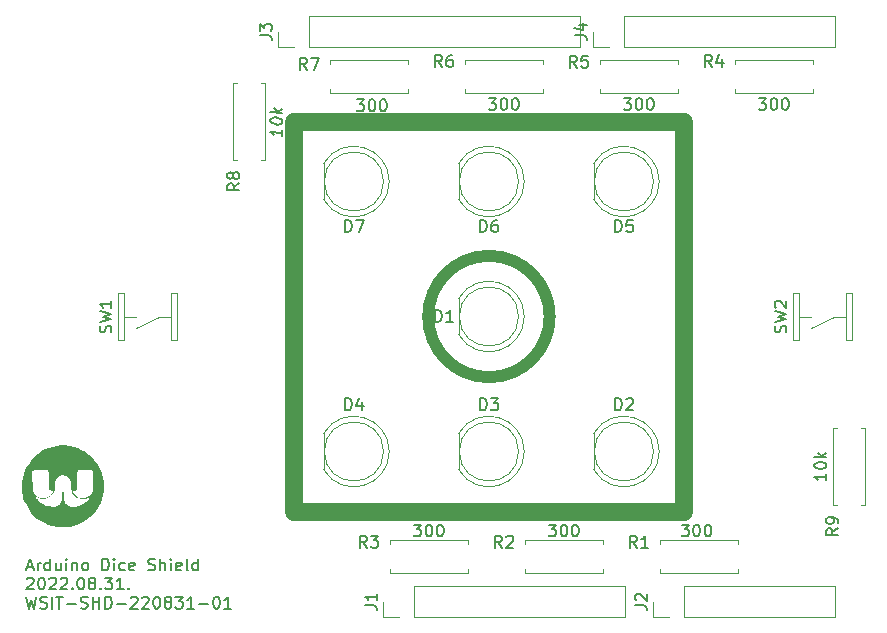
<source format=gbr>
%TF.GenerationSoftware,KiCad,Pcbnew,(6.0.7)*%
%TF.CreationDate,2022-08-31T11:28:36+09:00*%
%TF.ProjectId,LED_Dice,4c45445f-4469-4636-952e-6b696361645f,rev?*%
%TF.SameCoordinates,Original*%
%TF.FileFunction,Legend,Top*%
%TF.FilePolarity,Positive*%
%FSLAX46Y46*%
G04 Gerber Fmt 4.6, Leading zero omitted, Abs format (unit mm)*
G04 Created by KiCad (PCBNEW (6.0.7)) date 2022-08-31 11:28:36*
%MOMM*%
%LPD*%
G01*
G04 APERTURE LIST*
%ADD10C,0.150000*%
%ADD11C,1.000000*%
%ADD12C,1.500000*%
%ADD13C,0.120000*%
G04 APERTURE END LIST*
D10*
X193287976Y-74556666D02*
X193764166Y-74556666D01*
X193192738Y-74842380D02*
X193526071Y-73842380D01*
X193859404Y-74842380D01*
X194192738Y-74842380D02*
X194192738Y-74175714D01*
X194192738Y-74366190D02*
X194240357Y-74270952D01*
X194287976Y-74223333D01*
X194383214Y-74175714D01*
X194478452Y-74175714D01*
X195240357Y-74842380D02*
X195240357Y-73842380D01*
X195240357Y-74794761D02*
X195145119Y-74842380D01*
X194954642Y-74842380D01*
X194859404Y-74794761D01*
X194811785Y-74747142D01*
X194764166Y-74651904D01*
X194764166Y-74366190D01*
X194811785Y-74270952D01*
X194859404Y-74223333D01*
X194954642Y-74175714D01*
X195145119Y-74175714D01*
X195240357Y-74223333D01*
X196145119Y-74175714D02*
X196145119Y-74842380D01*
X195716547Y-74175714D02*
X195716547Y-74699523D01*
X195764166Y-74794761D01*
X195859404Y-74842380D01*
X196002261Y-74842380D01*
X196097500Y-74794761D01*
X196145119Y-74747142D01*
X196621309Y-74842380D02*
X196621309Y-74175714D01*
X196621309Y-73842380D02*
X196573690Y-73890000D01*
X196621309Y-73937619D01*
X196668928Y-73890000D01*
X196621309Y-73842380D01*
X196621309Y-73937619D01*
X197097500Y-74175714D02*
X197097500Y-74842380D01*
X197097500Y-74270952D02*
X197145119Y-74223333D01*
X197240357Y-74175714D01*
X197383214Y-74175714D01*
X197478452Y-74223333D01*
X197526071Y-74318571D01*
X197526071Y-74842380D01*
X198145119Y-74842380D02*
X198049880Y-74794761D01*
X198002261Y-74747142D01*
X197954642Y-74651904D01*
X197954642Y-74366190D01*
X198002261Y-74270952D01*
X198049880Y-74223333D01*
X198145119Y-74175714D01*
X198287976Y-74175714D01*
X198383214Y-74223333D01*
X198430833Y-74270952D01*
X198478452Y-74366190D01*
X198478452Y-74651904D01*
X198430833Y-74747142D01*
X198383214Y-74794761D01*
X198287976Y-74842380D01*
X198145119Y-74842380D01*
X199668928Y-74842380D02*
X199668928Y-73842380D01*
X199907023Y-73842380D01*
X200049880Y-73890000D01*
X200145119Y-73985238D01*
X200192738Y-74080476D01*
X200240357Y-74270952D01*
X200240357Y-74413809D01*
X200192738Y-74604285D01*
X200145119Y-74699523D01*
X200049880Y-74794761D01*
X199907023Y-74842380D01*
X199668928Y-74842380D01*
X200668928Y-74842380D02*
X200668928Y-74175714D01*
X200668928Y-73842380D02*
X200621309Y-73890000D01*
X200668928Y-73937619D01*
X200716547Y-73890000D01*
X200668928Y-73842380D01*
X200668928Y-73937619D01*
X201573690Y-74794761D02*
X201478452Y-74842380D01*
X201287976Y-74842380D01*
X201192738Y-74794761D01*
X201145119Y-74747142D01*
X201097500Y-74651904D01*
X201097500Y-74366190D01*
X201145119Y-74270952D01*
X201192738Y-74223333D01*
X201287976Y-74175714D01*
X201478452Y-74175714D01*
X201573690Y-74223333D01*
X202383214Y-74794761D02*
X202287976Y-74842380D01*
X202097500Y-74842380D01*
X202002261Y-74794761D01*
X201954642Y-74699523D01*
X201954642Y-74318571D01*
X202002261Y-74223333D01*
X202097500Y-74175714D01*
X202287976Y-74175714D01*
X202383214Y-74223333D01*
X202430833Y-74318571D01*
X202430833Y-74413809D01*
X201954642Y-74509047D01*
X203573690Y-74794761D02*
X203716547Y-74842380D01*
X203954642Y-74842380D01*
X204049880Y-74794761D01*
X204097500Y-74747142D01*
X204145119Y-74651904D01*
X204145119Y-74556666D01*
X204097500Y-74461428D01*
X204049880Y-74413809D01*
X203954642Y-74366190D01*
X203764166Y-74318571D01*
X203668928Y-74270952D01*
X203621309Y-74223333D01*
X203573690Y-74128095D01*
X203573690Y-74032857D01*
X203621309Y-73937619D01*
X203668928Y-73890000D01*
X203764166Y-73842380D01*
X204002261Y-73842380D01*
X204145119Y-73890000D01*
X204573690Y-74842380D02*
X204573690Y-73842380D01*
X205002261Y-74842380D02*
X205002261Y-74318571D01*
X204954642Y-74223333D01*
X204859404Y-74175714D01*
X204716547Y-74175714D01*
X204621309Y-74223333D01*
X204573690Y-74270952D01*
X205478452Y-74842380D02*
X205478452Y-74175714D01*
X205478452Y-73842380D02*
X205430833Y-73890000D01*
X205478452Y-73937619D01*
X205526071Y-73890000D01*
X205478452Y-73842380D01*
X205478452Y-73937619D01*
X206335595Y-74794761D02*
X206240357Y-74842380D01*
X206049880Y-74842380D01*
X205954642Y-74794761D01*
X205907023Y-74699523D01*
X205907023Y-74318571D01*
X205954642Y-74223333D01*
X206049880Y-74175714D01*
X206240357Y-74175714D01*
X206335595Y-74223333D01*
X206383214Y-74318571D01*
X206383214Y-74413809D01*
X205907023Y-74509047D01*
X206954642Y-74842380D02*
X206859404Y-74794761D01*
X206811785Y-74699523D01*
X206811785Y-73842380D01*
X207764166Y-74842380D02*
X207764166Y-73842380D01*
X207764166Y-74794761D02*
X207668928Y-74842380D01*
X207478452Y-74842380D01*
X207383214Y-74794761D01*
X207335595Y-74747142D01*
X207287976Y-74651904D01*
X207287976Y-74366190D01*
X207335595Y-74270952D01*
X207383214Y-74223333D01*
X207478452Y-74175714D01*
X207668928Y-74175714D01*
X207764166Y-74223333D01*
X193287976Y-75547619D02*
X193335595Y-75500000D01*
X193430833Y-75452380D01*
X193668928Y-75452380D01*
X193764166Y-75500000D01*
X193811785Y-75547619D01*
X193859404Y-75642857D01*
X193859404Y-75738095D01*
X193811785Y-75880952D01*
X193240357Y-76452380D01*
X193859404Y-76452380D01*
X194478452Y-75452380D02*
X194573690Y-75452380D01*
X194668928Y-75500000D01*
X194716547Y-75547619D01*
X194764166Y-75642857D01*
X194811785Y-75833333D01*
X194811785Y-76071428D01*
X194764166Y-76261904D01*
X194716547Y-76357142D01*
X194668928Y-76404761D01*
X194573690Y-76452380D01*
X194478452Y-76452380D01*
X194383214Y-76404761D01*
X194335595Y-76357142D01*
X194287976Y-76261904D01*
X194240357Y-76071428D01*
X194240357Y-75833333D01*
X194287976Y-75642857D01*
X194335595Y-75547619D01*
X194383214Y-75500000D01*
X194478452Y-75452380D01*
X195192738Y-75547619D02*
X195240357Y-75500000D01*
X195335595Y-75452380D01*
X195573690Y-75452380D01*
X195668928Y-75500000D01*
X195716547Y-75547619D01*
X195764166Y-75642857D01*
X195764166Y-75738095D01*
X195716547Y-75880952D01*
X195145119Y-76452380D01*
X195764166Y-76452380D01*
X196145119Y-75547619D02*
X196192738Y-75500000D01*
X196287976Y-75452380D01*
X196526071Y-75452380D01*
X196621309Y-75500000D01*
X196668928Y-75547619D01*
X196716547Y-75642857D01*
X196716547Y-75738095D01*
X196668928Y-75880952D01*
X196097500Y-76452380D01*
X196716547Y-76452380D01*
X197145119Y-76357142D02*
X197192738Y-76404761D01*
X197145119Y-76452380D01*
X197097500Y-76404761D01*
X197145119Y-76357142D01*
X197145119Y-76452380D01*
X197811785Y-75452380D02*
X197907023Y-75452380D01*
X198002261Y-75500000D01*
X198049880Y-75547619D01*
X198097500Y-75642857D01*
X198145119Y-75833333D01*
X198145119Y-76071428D01*
X198097500Y-76261904D01*
X198049880Y-76357142D01*
X198002261Y-76404761D01*
X197907023Y-76452380D01*
X197811785Y-76452380D01*
X197716547Y-76404761D01*
X197668928Y-76357142D01*
X197621309Y-76261904D01*
X197573690Y-76071428D01*
X197573690Y-75833333D01*
X197621309Y-75642857D01*
X197668928Y-75547619D01*
X197716547Y-75500000D01*
X197811785Y-75452380D01*
X198716547Y-75880952D02*
X198621309Y-75833333D01*
X198573690Y-75785714D01*
X198526071Y-75690476D01*
X198526071Y-75642857D01*
X198573690Y-75547619D01*
X198621309Y-75500000D01*
X198716547Y-75452380D01*
X198907023Y-75452380D01*
X199002261Y-75500000D01*
X199049880Y-75547619D01*
X199097500Y-75642857D01*
X199097500Y-75690476D01*
X199049880Y-75785714D01*
X199002261Y-75833333D01*
X198907023Y-75880952D01*
X198716547Y-75880952D01*
X198621309Y-75928571D01*
X198573690Y-75976190D01*
X198526071Y-76071428D01*
X198526071Y-76261904D01*
X198573690Y-76357142D01*
X198621309Y-76404761D01*
X198716547Y-76452380D01*
X198907023Y-76452380D01*
X199002261Y-76404761D01*
X199049880Y-76357142D01*
X199097500Y-76261904D01*
X199097500Y-76071428D01*
X199049880Y-75976190D01*
X199002261Y-75928571D01*
X198907023Y-75880952D01*
X199526071Y-76357142D02*
X199573690Y-76404761D01*
X199526071Y-76452380D01*
X199478452Y-76404761D01*
X199526071Y-76357142D01*
X199526071Y-76452380D01*
X199907023Y-75452380D02*
X200526071Y-75452380D01*
X200192738Y-75833333D01*
X200335595Y-75833333D01*
X200430833Y-75880952D01*
X200478452Y-75928571D01*
X200526071Y-76023809D01*
X200526071Y-76261904D01*
X200478452Y-76357142D01*
X200430833Y-76404761D01*
X200335595Y-76452380D01*
X200049880Y-76452380D01*
X199954642Y-76404761D01*
X199907023Y-76357142D01*
X201478452Y-76452380D02*
X200907023Y-76452380D01*
X201192738Y-76452380D02*
X201192738Y-75452380D01*
X201097500Y-75595238D01*
X201002261Y-75690476D01*
X200907023Y-75738095D01*
X201907023Y-76357142D02*
X201954642Y-76404761D01*
X201907023Y-76452380D01*
X201859404Y-76404761D01*
X201907023Y-76357142D01*
X201907023Y-76452380D01*
X193240357Y-77062380D02*
X193478452Y-78062380D01*
X193668928Y-77348095D01*
X193859404Y-78062380D01*
X194097500Y-77062380D01*
X194430833Y-78014761D02*
X194573690Y-78062380D01*
X194811785Y-78062380D01*
X194907023Y-78014761D01*
X194954642Y-77967142D01*
X195002261Y-77871904D01*
X195002261Y-77776666D01*
X194954642Y-77681428D01*
X194907023Y-77633809D01*
X194811785Y-77586190D01*
X194621309Y-77538571D01*
X194526071Y-77490952D01*
X194478452Y-77443333D01*
X194430833Y-77348095D01*
X194430833Y-77252857D01*
X194478452Y-77157619D01*
X194526071Y-77110000D01*
X194621309Y-77062380D01*
X194859404Y-77062380D01*
X195002261Y-77110000D01*
X195430833Y-78062380D02*
X195430833Y-77062380D01*
X195764166Y-77062380D02*
X196335595Y-77062380D01*
X196049880Y-78062380D02*
X196049880Y-77062380D01*
X196668928Y-77681428D02*
X197430833Y-77681428D01*
X197859404Y-78014761D02*
X198002261Y-78062380D01*
X198240357Y-78062380D01*
X198335595Y-78014761D01*
X198383214Y-77967142D01*
X198430833Y-77871904D01*
X198430833Y-77776666D01*
X198383214Y-77681428D01*
X198335595Y-77633809D01*
X198240357Y-77586190D01*
X198049880Y-77538571D01*
X197954642Y-77490952D01*
X197907023Y-77443333D01*
X197859404Y-77348095D01*
X197859404Y-77252857D01*
X197907023Y-77157619D01*
X197954642Y-77110000D01*
X198049880Y-77062380D01*
X198287976Y-77062380D01*
X198430833Y-77110000D01*
X198859404Y-78062380D02*
X198859404Y-77062380D01*
X198859404Y-77538571D02*
X199430833Y-77538571D01*
X199430833Y-78062380D02*
X199430833Y-77062380D01*
X199907023Y-78062380D02*
X199907023Y-77062380D01*
X200145119Y-77062380D01*
X200287976Y-77110000D01*
X200383214Y-77205238D01*
X200430833Y-77300476D01*
X200478452Y-77490952D01*
X200478452Y-77633809D01*
X200430833Y-77824285D01*
X200383214Y-77919523D01*
X200287976Y-78014761D01*
X200145119Y-78062380D01*
X199907023Y-78062380D01*
X200907023Y-77681428D02*
X201668928Y-77681428D01*
X202097500Y-77157619D02*
X202145119Y-77110000D01*
X202240357Y-77062380D01*
X202478452Y-77062380D01*
X202573690Y-77110000D01*
X202621309Y-77157619D01*
X202668928Y-77252857D01*
X202668928Y-77348095D01*
X202621309Y-77490952D01*
X202049880Y-78062380D01*
X202668928Y-78062380D01*
X203049880Y-77157619D02*
X203097500Y-77110000D01*
X203192738Y-77062380D01*
X203430833Y-77062380D01*
X203526071Y-77110000D01*
X203573690Y-77157619D01*
X203621309Y-77252857D01*
X203621309Y-77348095D01*
X203573690Y-77490952D01*
X203002261Y-78062380D01*
X203621309Y-78062380D01*
X204240357Y-77062380D02*
X204335595Y-77062380D01*
X204430833Y-77110000D01*
X204478452Y-77157619D01*
X204526071Y-77252857D01*
X204573690Y-77443333D01*
X204573690Y-77681428D01*
X204526071Y-77871904D01*
X204478452Y-77967142D01*
X204430833Y-78014761D01*
X204335595Y-78062380D01*
X204240357Y-78062380D01*
X204145119Y-78014761D01*
X204097500Y-77967142D01*
X204049880Y-77871904D01*
X204002261Y-77681428D01*
X204002261Y-77443333D01*
X204049880Y-77252857D01*
X204097500Y-77157619D01*
X204145119Y-77110000D01*
X204240357Y-77062380D01*
X205145119Y-77490952D02*
X205049880Y-77443333D01*
X205002261Y-77395714D01*
X204954642Y-77300476D01*
X204954642Y-77252857D01*
X205002261Y-77157619D01*
X205049880Y-77110000D01*
X205145119Y-77062380D01*
X205335595Y-77062380D01*
X205430833Y-77110000D01*
X205478452Y-77157619D01*
X205526071Y-77252857D01*
X205526071Y-77300476D01*
X205478452Y-77395714D01*
X205430833Y-77443333D01*
X205335595Y-77490952D01*
X205145119Y-77490952D01*
X205049880Y-77538571D01*
X205002261Y-77586190D01*
X204954642Y-77681428D01*
X204954642Y-77871904D01*
X205002261Y-77967142D01*
X205049880Y-78014761D01*
X205145119Y-78062380D01*
X205335595Y-78062380D01*
X205430833Y-78014761D01*
X205478452Y-77967142D01*
X205526071Y-77871904D01*
X205526071Y-77681428D01*
X205478452Y-77586190D01*
X205430833Y-77538571D01*
X205335595Y-77490952D01*
X205859404Y-77062380D02*
X206478452Y-77062380D01*
X206145119Y-77443333D01*
X206287976Y-77443333D01*
X206383214Y-77490952D01*
X206430833Y-77538571D01*
X206478452Y-77633809D01*
X206478452Y-77871904D01*
X206430833Y-77967142D01*
X206383214Y-78014761D01*
X206287976Y-78062380D01*
X206002261Y-78062380D01*
X205907023Y-78014761D01*
X205859404Y-77967142D01*
X207430833Y-78062380D02*
X206859404Y-78062380D01*
X207145119Y-78062380D02*
X207145119Y-77062380D01*
X207049880Y-77205238D01*
X206954642Y-77300476D01*
X206859404Y-77348095D01*
X207859404Y-77681428D02*
X208621309Y-77681428D01*
X209287976Y-77062380D02*
X209383214Y-77062380D01*
X209478452Y-77110000D01*
X209526071Y-77157619D01*
X209573690Y-77252857D01*
X209621309Y-77443333D01*
X209621309Y-77681428D01*
X209573690Y-77871904D01*
X209526071Y-77967142D01*
X209478452Y-78014761D01*
X209383214Y-78062380D01*
X209287976Y-78062380D01*
X209192738Y-78014761D01*
X209145119Y-77967142D01*
X209097500Y-77871904D01*
X209049880Y-77681428D01*
X209049880Y-77443333D01*
X209097500Y-77252857D01*
X209145119Y-77157619D01*
X209192738Y-77110000D01*
X209287976Y-77062380D01*
X210573690Y-78062380D02*
X210002261Y-78062380D01*
X210287976Y-78062380D02*
X210287976Y-77062380D01*
X210192738Y-77205238D01*
X210097500Y-77300476D01*
X210002261Y-77348095D01*
D11*
X237552918Y-53340000D02*
G75*
G03*
X237552918Y-53340000I-5142918J0D01*
G01*
D12*
X215900000Y-36830000D02*
X248920000Y-36830000D01*
X248920000Y-36830000D02*
X248920000Y-69850000D01*
X248920000Y-69850000D02*
X215900000Y-69850000D01*
X215900000Y-69850000D02*
X215900000Y-36830000D01*
D10*
%TO.C,J4*%
X239692380Y-29543333D02*
X240406666Y-29543333D01*
X240549523Y-29590952D01*
X240644761Y-29686190D01*
X240692380Y-29829047D01*
X240692380Y-29924285D01*
X240025714Y-28638571D02*
X240692380Y-28638571D01*
X239644761Y-28876666D02*
X240359047Y-29114761D01*
X240359047Y-28495714D01*
%TO.C,J3*%
X213022380Y-29543333D02*
X213736666Y-29543333D01*
X213879523Y-29590952D01*
X213974761Y-29686190D01*
X214022380Y-29829047D01*
X214022380Y-29924285D01*
X213022380Y-29162380D02*
X213022380Y-28543333D01*
X213403333Y-28876666D01*
X213403333Y-28733809D01*
X213450952Y-28638571D01*
X213498571Y-28590952D01*
X213593809Y-28543333D01*
X213831904Y-28543333D01*
X213927142Y-28590952D01*
X213974761Y-28638571D01*
X214022380Y-28733809D01*
X214022380Y-29019523D01*
X213974761Y-29114761D01*
X213927142Y-29162380D01*
%TO.C,J2*%
X244772380Y-77803333D02*
X245486666Y-77803333D01*
X245629523Y-77850952D01*
X245724761Y-77946190D01*
X245772380Y-78089047D01*
X245772380Y-78184285D01*
X244867619Y-77374761D02*
X244820000Y-77327142D01*
X244772380Y-77231904D01*
X244772380Y-76993809D01*
X244820000Y-76898571D01*
X244867619Y-76850952D01*
X244962857Y-76803333D01*
X245058095Y-76803333D01*
X245200952Y-76850952D01*
X245772380Y-77422380D01*
X245772380Y-76803333D01*
%TO.C,J1*%
X221912380Y-77803333D02*
X222626666Y-77803333D01*
X222769523Y-77850952D01*
X222864761Y-77946190D01*
X222912380Y-78089047D01*
X222912380Y-78184285D01*
X222912380Y-76803333D02*
X222912380Y-77374761D01*
X222912380Y-77089047D02*
X221912380Y-77089047D01*
X222055238Y-77184285D01*
X222150476Y-77279523D01*
X222198095Y-77374761D01*
%TO.C,SW2*%
X257544761Y-54673333D02*
X257592380Y-54530476D01*
X257592380Y-54292380D01*
X257544761Y-54197142D01*
X257497142Y-54149523D01*
X257401904Y-54101904D01*
X257306666Y-54101904D01*
X257211428Y-54149523D01*
X257163809Y-54197142D01*
X257116190Y-54292380D01*
X257068571Y-54482857D01*
X257020952Y-54578095D01*
X256973333Y-54625714D01*
X256878095Y-54673333D01*
X256782857Y-54673333D01*
X256687619Y-54625714D01*
X256640000Y-54578095D01*
X256592380Y-54482857D01*
X256592380Y-54244761D01*
X256640000Y-54101904D01*
X256592380Y-53768571D02*
X257592380Y-53530476D01*
X256878095Y-53340000D01*
X257592380Y-53149523D01*
X256592380Y-52911428D01*
X256687619Y-52578095D02*
X256640000Y-52530476D01*
X256592380Y-52435238D01*
X256592380Y-52197142D01*
X256640000Y-52101904D01*
X256687619Y-52054285D01*
X256782857Y-52006666D01*
X256878095Y-52006666D01*
X257020952Y-52054285D01*
X257592380Y-52625714D01*
X257592380Y-52006666D01*
%TO.C,SW1*%
X200394761Y-54673333D02*
X200442380Y-54530476D01*
X200442380Y-54292380D01*
X200394761Y-54197142D01*
X200347142Y-54149523D01*
X200251904Y-54101904D01*
X200156666Y-54101904D01*
X200061428Y-54149523D01*
X200013809Y-54197142D01*
X199966190Y-54292380D01*
X199918571Y-54482857D01*
X199870952Y-54578095D01*
X199823333Y-54625714D01*
X199728095Y-54673333D01*
X199632857Y-54673333D01*
X199537619Y-54625714D01*
X199490000Y-54578095D01*
X199442380Y-54482857D01*
X199442380Y-54244761D01*
X199490000Y-54101904D01*
X199442380Y-53768571D02*
X200442380Y-53530476D01*
X199728095Y-53340000D01*
X200442380Y-53149523D01*
X199442380Y-52911428D01*
X200442380Y-52006666D02*
X200442380Y-52578095D01*
X200442380Y-52292380D02*
X199442380Y-52292380D01*
X199585238Y-52387619D01*
X199680476Y-52482857D01*
X199728095Y-52578095D01*
%TO.C,R9*%
X261972380Y-71286666D02*
X261496190Y-71620000D01*
X261972380Y-71858095D02*
X260972380Y-71858095D01*
X260972380Y-71477142D01*
X261020000Y-71381904D01*
X261067619Y-71334285D01*
X261162857Y-71286666D01*
X261305714Y-71286666D01*
X261400952Y-71334285D01*
X261448571Y-71381904D01*
X261496190Y-71477142D01*
X261496190Y-71858095D01*
X261972380Y-70810476D02*
X261972380Y-70620000D01*
X261924761Y-70524761D01*
X261877142Y-70477142D01*
X261734285Y-70381904D01*
X261543809Y-70334285D01*
X261162857Y-70334285D01*
X261067619Y-70381904D01*
X261020000Y-70429523D01*
X260972380Y-70524761D01*
X260972380Y-70715238D01*
X261020000Y-70810476D01*
X261067619Y-70858095D01*
X261162857Y-70905714D01*
X261400952Y-70905714D01*
X261496190Y-70858095D01*
X261543809Y-70810476D01*
X261591428Y-70715238D01*
X261591428Y-70524761D01*
X261543809Y-70429523D01*
X261496190Y-70381904D01*
X261400952Y-70334285D01*
X260972380Y-66635238D02*
X260972380Y-67206666D01*
X260972380Y-66920952D02*
X259972380Y-66920952D01*
X260115238Y-67016190D01*
X260210476Y-67111428D01*
X260258095Y-67206666D01*
X259972380Y-66016190D02*
X259972380Y-65920952D01*
X260020000Y-65825714D01*
X260067619Y-65778095D01*
X260162857Y-65730476D01*
X260353333Y-65682857D01*
X260591428Y-65682857D01*
X260781904Y-65730476D01*
X260877142Y-65778095D01*
X260924761Y-65825714D01*
X260972380Y-65920952D01*
X260972380Y-66016190D01*
X260924761Y-66111428D01*
X260877142Y-66159047D01*
X260781904Y-66206666D01*
X260591428Y-66254285D01*
X260353333Y-66254285D01*
X260162857Y-66206666D01*
X260067619Y-66159047D01*
X260020000Y-66111428D01*
X259972380Y-66016190D01*
X260972380Y-65254285D02*
X259972380Y-65254285D01*
X260591428Y-65159047D02*
X260972380Y-64873333D01*
X260305714Y-64873333D02*
X260686666Y-65254285D01*
%TO.C,R8*%
X211272380Y-42076666D02*
X210796190Y-42410000D01*
X211272380Y-42648095D02*
X210272380Y-42648095D01*
X210272380Y-42267142D01*
X210320000Y-42171904D01*
X210367619Y-42124285D01*
X210462857Y-42076666D01*
X210605714Y-42076666D01*
X210700952Y-42124285D01*
X210748571Y-42171904D01*
X210796190Y-42267142D01*
X210796190Y-42648095D01*
X210700952Y-41505238D02*
X210653333Y-41600476D01*
X210605714Y-41648095D01*
X210510476Y-41695714D01*
X210462857Y-41695714D01*
X210367619Y-41648095D01*
X210320000Y-41600476D01*
X210272380Y-41505238D01*
X210272380Y-41314761D01*
X210320000Y-41219523D01*
X210367619Y-41171904D01*
X210462857Y-41124285D01*
X210510476Y-41124285D01*
X210605714Y-41171904D01*
X210653333Y-41219523D01*
X210700952Y-41314761D01*
X210700952Y-41505238D01*
X210748571Y-41600476D01*
X210796190Y-41648095D01*
X210891428Y-41695714D01*
X211081904Y-41695714D01*
X211177142Y-41648095D01*
X211224761Y-41600476D01*
X211272380Y-41505238D01*
X211272380Y-41314761D01*
X211224761Y-41219523D01*
X211177142Y-41171904D01*
X211081904Y-41124285D01*
X210891428Y-41124285D01*
X210796190Y-41171904D01*
X210748571Y-41219523D01*
X210700952Y-41314761D01*
X214912380Y-37519910D02*
X214912380Y-38091339D01*
X214912380Y-37805625D02*
X213912380Y-37680625D01*
X214055238Y-37793720D01*
X214150476Y-37900863D01*
X214198095Y-38002053D01*
X213912380Y-36775863D02*
X213912380Y-36680625D01*
X213960000Y-36591339D01*
X214007619Y-36549672D01*
X214102857Y-36513958D01*
X214293333Y-36490148D01*
X214531428Y-36519910D01*
X214721904Y-36591339D01*
X214817142Y-36650863D01*
X214864761Y-36704434D01*
X214912380Y-36805625D01*
X214912380Y-36900863D01*
X214864761Y-36990148D01*
X214817142Y-37031815D01*
X214721904Y-37067529D01*
X214531428Y-37091339D01*
X214293333Y-37061577D01*
X214102857Y-36990148D01*
X214007619Y-36930625D01*
X213960000Y-36877053D01*
X213912380Y-36775863D01*
X214912380Y-36138958D02*
X213912380Y-36013958D01*
X214531428Y-35996101D02*
X214912380Y-35758005D01*
X214245714Y-35674672D02*
X214626666Y-36103244D01*
%TO.C,R7*%
X217003333Y-32432380D02*
X216670000Y-31956190D01*
X216431904Y-32432380D02*
X216431904Y-31432380D01*
X216812857Y-31432380D01*
X216908095Y-31480000D01*
X216955714Y-31527619D01*
X217003333Y-31622857D01*
X217003333Y-31765714D01*
X216955714Y-31860952D01*
X216908095Y-31908571D01*
X216812857Y-31956190D01*
X216431904Y-31956190D01*
X217336666Y-31432380D02*
X218003333Y-31432380D01*
X217574761Y-32432380D01*
X221214285Y-34952380D02*
X221833333Y-34952380D01*
X221500000Y-35333333D01*
X221642857Y-35333333D01*
X221738095Y-35380952D01*
X221785714Y-35428571D01*
X221833333Y-35523809D01*
X221833333Y-35761904D01*
X221785714Y-35857142D01*
X221738095Y-35904761D01*
X221642857Y-35952380D01*
X221357142Y-35952380D01*
X221261904Y-35904761D01*
X221214285Y-35857142D01*
X222452380Y-34952380D02*
X222547619Y-34952380D01*
X222642857Y-35000000D01*
X222690476Y-35047619D01*
X222738095Y-35142857D01*
X222785714Y-35333333D01*
X222785714Y-35571428D01*
X222738095Y-35761904D01*
X222690476Y-35857142D01*
X222642857Y-35904761D01*
X222547619Y-35952380D01*
X222452380Y-35952380D01*
X222357142Y-35904761D01*
X222309523Y-35857142D01*
X222261904Y-35761904D01*
X222214285Y-35571428D01*
X222214285Y-35333333D01*
X222261904Y-35142857D01*
X222309523Y-35047619D01*
X222357142Y-35000000D01*
X222452380Y-34952380D01*
X223404761Y-34952380D02*
X223500000Y-34952380D01*
X223595238Y-35000000D01*
X223642857Y-35047619D01*
X223690476Y-35142857D01*
X223738095Y-35333333D01*
X223738095Y-35571428D01*
X223690476Y-35761904D01*
X223642857Y-35857142D01*
X223595238Y-35904761D01*
X223500000Y-35952380D01*
X223404761Y-35952380D01*
X223309523Y-35904761D01*
X223261904Y-35857142D01*
X223214285Y-35761904D01*
X223166666Y-35571428D01*
X223166666Y-35333333D01*
X223214285Y-35142857D01*
X223261904Y-35047619D01*
X223309523Y-35000000D01*
X223404761Y-34952380D01*
%TO.C,R6*%
X228433333Y-32202380D02*
X228100000Y-31726190D01*
X227861904Y-32202380D02*
X227861904Y-31202380D01*
X228242857Y-31202380D01*
X228338095Y-31250000D01*
X228385714Y-31297619D01*
X228433333Y-31392857D01*
X228433333Y-31535714D01*
X228385714Y-31630952D01*
X228338095Y-31678571D01*
X228242857Y-31726190D01*
X227861904Y-31726190D01*
X229290476Y-31202380D02*
X229100000Y-31202380D01*
X229004761Y-31250000D01*
X228957142Y-31297619D01*
X228861904Y-31440476D01*
X228814285Y-31630952D01*
X228814285Y-32011904D01*
X228861904Y-32107142D01*
X228909523Y-32154761D01*
X229004761Y-32202380D01*
X229195238Y-32202380D01*
X229290476Y-32154761D01*
X229338095Y-32107142D01*
X229385714Y-32011904D01*
X229385714Y-31773809D01*
X229338095Y-31678571D01*
X229290476Y-31630952D01*
X229195238Y-31583333D01*
X229004761Y-31583333D01*
X228909523Y-31630952D01*
X228861904Y-31678571D01*
X228814285Y-31773809D01*
X232394285Y-34842380D02*
X233013333Y-34842380D01*
X232680000Y-35223333D01*
X232822857Y-35223333D01*
X232918095Y-35270952D01*
X232965714Y-35318571D01*
X233013333Y-35413809D01*
X233013333Y-35651904D01*
X232965714Y-35747142D01*
X232918095Y-35794761D01*
X232822857Y-35842380D01*
X232537142Y-35842380D01*
X232441904Y-35794761D01*
X232394285Y-35747142D01*
X233632380Y-34842380D02*
X233727619Y-34842380D01*
X233822857Y-34890000D01*
X233870476Y-34937619D01*
X233918095Y-35032857D01*
X233965714Y-35223333D01*
X233965714Y-35461428D01*
X233918095Y-35651904D01*
X233870476Y-35747142D01*
X233822857Y-35794761D01*
X233727619Y-35842380D01*
X233632380Y-35842380D01*
X233537142Y-35794761D01*
X233489523Y-35747142D01*
X233441904Y-35651904D01*
X233394285Y-35461428D01*
X233394285Y-35223333D01*
X233441904Y-35032857D01*
X233489523Y-34937619D01*
X233537142Y-34890000D01*
X233632380Y-34842380D01*
X234584761Y-34842380D02*
X234680000Y-34842380D01*
X234775238Y-34890000D01*
X234822857Y-34937619D01*
X234870476Y-35032857D01*
X234918095Y-35223333D01*
X234918095Y-35461428D01*
X234870476Y-35651904D01*
X234822857Y-35747142D01*
X234775238Y-35794761D01*
X234680000Y-35842380D01*
X234584761Y-35842380D01*
X234489523Y-35794761D01*
X234441904Y-35747142D01*
X234394285Y-35651904D01*
X234346666Y-35461428D01*
X234346666Y-35223333D01*
X234394285Y-35032857D01*
X234441904Y-34937619D01*
X234489523Y-34890000D01*
X234584761Y-34842380D01*
%TO.C,R5*%
X239863333Y-32267380D02*
X239530000Y-31791190D01*
X239291904Y-32267380D02*
X239291904Y-31267380D01*
X239672857Y-31267380D01*
X239768095Y-31315000D01*
X239815714Y-31362619D01*
X239863333Y-31457857D01*
X239863333Y-31600714D01*
X239815714Y-31695952D01*
X239768095Y-31743571D01*
X239672857Y-31791190D01*
X239291904Y-31791190D01*
X240768095Y-31267380D02*
X240291904Y-31267380D01*
X240244285Y-31743571D01*
X240291904Y-31695952D01*
X240387142Y-31648333D01*
X240625238Y-31648333D01*
X240720476Y-31695952D01*
X240768095Y-31743571D01*
X240815714Y-31838809D01*
X240815714Y-32076904D01*
X240768095Y-32172142D01*
X240720476Y-32219761D01*
X240625238Y-32267380D01*
X240387142Y-32267380D01*
X240291904Y-32219761D01*
X240244285Y-32172142D01*
X243824285Y-34842380D02*
X244443333Y-34842380D01*
X244110000Y-35223333D01*
X244252857Y-35223333D01*
X244348095Y-35270952D01*
X244395714Y-35318571D01*
X244443333Y-35413809D01*
X244443333Y-35651904D01*
X244395714Y-35747142D01*
X244348095Y-35794761D01*
X244252857Y-35842380D01*
X243967142Y-35842380D01*
X243871904Y-35794761D01*
X243824285Y-35747142D01*
X245062380Y-34842380D02*
X245157619Y-34842380D01*
X245252857Y-34890000D01*
X245300476Y-34937619D01*
X245348095Y-35032857D01*
X245395714Y-35223333D01*
X245395714Y-35461428D01*
X245348095Y-35651904D01*
X245300476Y-35747142D01*
X245252857Y-35794761D01*
X245157619Y-35842380D01*
X245062380Y-35842380D01*
X244967142Y-35794761D01*
X244919523Y-35747142D01*
X244871904Y-35651904D01*
X244824285Y-35461428D01*
X244824285Y-35223333D01*
X244871904Y-35032857D01*
X244919523Y-34937619D01*
X244967142Y-34890000D01*
X245062380Y-34842380D01*
X246014761Y-34842380D02*
X246110000Y-34842380D01*
X246205238Y-34890000D01*
X246252857Y-34937619D01*
X246300476Y-35032857D01*
X246348095Y-35223333D01*
X246348095Y-35461428D01*
X246300476Y-35651904D01*
X246252857Y-35747142D01*
X246205238Y-35794761D01*
X246110000Y-35842380D01*
X246014761Y-35842380D01*
X245919523Y-35794761D01*
X245871904Y-35747142D01*
X245824285Y-35651904D01*
X245776666Y-35461428D01*
X245776666Y-35223333D01*
X245824285Y-35032857D01*
X245871904Y-34937619D01*
X245919523Y-34890000D01*
X246014761Y-34842380D01*
%TO.C,R4*%
X251293333Y-32202380D02*
X250960000Y-31726190D01*
X250721904Y-32202380D02*
X250721904Y-31202380D01*
X251102857Y-31202380D01*
X251198095Y-31250000D01*
X251245714Y-31297619D01*
X251293333Y-31392857D01*
X251293333Y-31535714D01*
X251245714Y-31630952D01*
X251198095Y-31678571D01*
X251102857Y-31726190D01*
X250721904Y-31726190D01*
X252150476Y-31535714D02*
X252150476Y-32202380D01*
X251912380Y-31154761D02*
X251674285Y-31869047D01*
X252293333Y-31869047D01*
X255254285Y-34842380D02*
X255873333Y-34842380D01*
X255540000Y-35223333D01*
X255682857Y-35223333D01*
X255778095Y-35270952D01*
X255825714Y-35318571D01*
X255873333Y-35413809D01*
X255873333Y-35651904D01*
X255825714Y-35747142D01*
X255778095Y-35794761D01*
X255682857Y-35842380D01*
X255397142Y-35842380D01*
X255301904Y-35794761D01*
X255254285Y-35747142D01*
X256492380Y-34842380D02*
X256587619Y-34842380D01*
X256682857Y-34890000D01*
X256730476Y-34937619D01*
X256778095Y-35032857D01*
X256825714Y-35223333D01*
X256825714Y-35461428D01*
X256778095Y-35651904D01*
X256730476Y-35747142D01*
X256682857Y-35794761D01*
X256587619Y-35842380D01*
X256492380Y-35842380D01*
X256397142Y-35794761D01*
X256349523Y-35747142D01*
X256301904Y-35651904D01*
X256254285Y-35461428D01*
X256254285Y-35223333D01*
X256301904Y-35032857D01*
X256349523Y-34937619D01*
X256397142Y-34890000D01*
X256492380Y-34842380D01*
X257444761Y-34842380D02*
X257540000Y-34842380D01*
X257635238Y-34890000D01*
X257682857Y-34937619D01*
X257730476Y-35032857D01*
X257778095Y-35223333D01*
X257778095Y-35461428D01*
X257730476Y-35651904D01*
X257682857Y-35747142D01*
X257635238Y-35794761D01*
X257540000Y-35842380D01*
X257444761Y-35842380D01*
X257349523Y-35794761D01*
X257301904Y-35747142D01*
X257254285Y-35651904D01*
X257206666Y-35461428D01*
X257206666Y-35223333D01*
X257254285Y-35032857D01*
X257301904Y-34937619D01*
X257349523Y-34890000D01*
X257444761Y-34842380D01*
%TO.C,R3*%
X222083333Y-72907380D02*
X221750000Y-72431190D01*
X221511904Y-72907380D02*
X221511904Y-71907380D01*
X221892857Y-71907380D01*
X221988095Y-71955000D01*
X222035714Y-72002619D01*
X222083333Y-72097857D01*
X222083333Y-72240714D01*
X222035714Y-72335952D01*
X221988095Y-72383571D01*
X221892857Y-72431190D01*
X221511904Y-72431190D01*
X222416666Y-71907380D02*
X223035714Y-71907380D01*
X222702380Y-72288333D01*
X222845238Y-72288333D01*
X222940476Y-72335952D01*
X222988095Y-72383571D01*
X223035714Y-72478809D01*
X223035714Y-72716904D01*
X222988095Y-72812142D01*
X222940476Y-72859761D01*
X222845238Y-72907380D01*
X222559523Y-72907380D01*
X222464285Y-72859761D01*
X222416666Y-72812142D01*
X226044285Y-70952380D02*
X226663333Y-70952380D01*
X226330000Y-71333333D01*
X226472857Y-71333333D01*
X226568095Y-71380952D01*
X226615714Y-71428571D01*
X226663333Y-71523809D01*
X226663333Y-71761904D01*
X226615714Y-71857142D01*
X226568095Y-71904761D01*
X226472857Y-71952380D01*
X226187142Y-71952380D01*
X226091904Y-71904761D01*
X226044285Y-71857142D01*
X227282380Y-70952380D02*
X227377619Y-70952380D01*
X227472857Y-71000000D01*
X227520476Y-71047619D01*
X227568095Y-71142857D01*
X227615714Y-71333333D01*
X227615714Y-71571428D01*
X227568095Y-71761904D01*
X227520476Y-71857142D01*
X227472857Y-71904761D01*
X227377619Y-71952380D01*
X227282380Y-71952380D01*
X227187142Y-71904761D01*
X227139523Y-71857142D01*
X227091904Y-71761904D01*
X227044285Y-71571428D01*
X227044285Y-71333333D01*
X227091904Y-71142857D01*
X227139523Y-71047619D01*
X227187142Y-71000000D01*
X227282380Y-70952380D01*
X228234761Y-70952380D02*
X228330000Y-70952380D01*
X228425238Y-71000000D01*
X228472857Y-71047619D01*
X228520476Y-71142857D01*
X228568095Y-71333333D01*
X228568095Y-71571428D01*
X228520476Y-71761904D01*
X228472857Y-71857142D01*
X228425238Y-71904761D01*
X228330000Y-71952380D01*
X228234761Y-71952380D01*
X228139523Y-71904761D01*
X228091904Y-71857142D01*
X228044285Y-71761904D01*
X227996666Y-71571428D01*
X227996666Y-71333333D01*
X228044285Y-71142857D01*
X228091904Y-71047619D01*
X228139523Y-71000000D01*
X228234761Y-70952380D01*
%TO.C,R2*%
X233513333Y-72907380D02*
X233180000Y-72431190D01*
X232941904Y-72907380D02*
X232941904Y-71907380D01*
X233322857Y-71907380D01*
X233418095Y-71955000D01*
X233465714Y-72002619D01*
X233513333Y-72097857D01*
X233513333Y-72240714D01*
X233465714Y-72335952D01*
X233418095Y-72383571D01*
X233322857Y-72431190D01*
X232941904Y-72431190D01*
X233894285Y-72002619D02*
X233941904Y-71955000D01*
X234037142Y-71907380D01*
X234275238Y-71907380D01*
X234370476Y-71955000D01*
X234418095Y-72002619D01*
X234465714Y-72097857D01*
X234465714Y-72193095D01*
X234418095Y-72335952D01*
X233846666Y-72907380D01*
X234465714Y-72907380D01*
X237474285Y-70952380D02*
X238093333Y-70952380D01*
X237760000Y-71333333D01*
X237902857Y-71333333D01*
X237998095Y-71380952D01*
X238045714Y-71428571D01*
X238093333Y-71523809D01*
X238093333Y-71761904D01*
X238045714Y-71857142D01*
X237998095Y-71904761D01*
X237902857Y-71952380D01*
X237617142Y-71952380D01*
X237521904Y-71904761D01*
X237474285Y-71857142D01*
X238712380Y-70952380D02*
X238807619Y-70952380D01*
X238902857Y-71000000D01*
X238950476Y-71047619D01*
X238998095Y-71142857D01*
X239045714Y-71333333D01*
X239045714Y-71571428D01*
X238998095Y-71761904D01*
X238950476Y-71857142D01*
X238902857Y-71904761D01*
X238807619Y-71952380D01*
X238712380Y-71952380D01*
X238617142Y-71904761D01*
X238569523Y-71857142D01*
X238521904Y-71761904D01*
X238474285Y-71571428D01*
X238474285Y-71333333D01*
X238521904Y-71142857D01*
X238569523Y-71047619D01*
X238617142Y-71000000D01*
X238712380Y-70952380D01*
X239664761Y-70952380D02*
X239760000Y-70952380D01*
X239855238Y-71000000D01*
X239902857Y-71047619D01*
X239950476Y-71142857D01*
X239998095Y-71333333D01*
X239998095Y-71571428D01*
X239950476Y-71761904D01*
X239902857Y-71857142D01*
X239855238Y-71904761D01*
X239760000Y-71952380D01*
X239664761Y-71952380D01*
X239569523Y-71904761D01*
X239521904Y-71857142D01*
X239474285Y-71761904D01*
X239426666Y-71571428D01*
X239426666Y-71333333D01*
X239474285Y-71142857D01*
X239521904Y-71047619D01*
X239569523Y-71000000D01*
X239664761Y-70952380D01*
%TO.C,R1*%
X244943333Y-72907380D02*
X244610000Y-72431190D01*
X244371904Y-72907380D02*
X244371904Y-71907380D01*
X244752857Y-71907380D01*
X244848095Y-71955000D01*
X244895714Y-72002619D01*
X244943333Y-72097857D01*
X244943333Y-72240714D01*
X244895714Y-72335952D01*
X244848095Y-72383571D01*
X244752857Y-72431190D01*
X244371904Y-72431190D01*
X245895714Y-72907380D02*
X245324285Y-72907380D01*
X245610000Y-72907380D02*
X245610000Y-71907380D01*
X245514761Y-72050238D01*
X245419523Y-72145476D01*
X245324285Y-72193095D01*
X248714285Y-70952380D02*
X249333333Y-70952380D01*
X249000000Y-71333333D01*
X249142857Y-71333333D01*
X249238095Y-71380952D01*
X249285714Y-71428571D01*
X249333333Y-71523809D01*
X249333333Y-71761904D01*
X249285714Y-71857142D01*
X249238095Y-71904761D01*
X249142857Y-71952380D01*
X248857142Y-71952380D01*
X248761904Y-71904761D01*
X248714285Y-71857142D01*
X249952380Y-70952380D02*
X250047619Y-70952380D01*
X250142857Y-71000000D01*
X250190476Y-71047619D01*
X250238095Y-71142857D01*
X250285714Y-71333333D01*
X250285714Y-71571428D01*
X250238095Y-71761904D01*
X250190476Y-71857142D01*
X250142857Y-71904761D01*
X250047619Y-71952380D01*
X249952380Y-71952380D01*
X249857142Y-71904761D01*
X249809523Y-71857142D01*
X249761904Y-71761904D01*
X249714285Y-71571428D01*
X249714285Y-71333333D01*
X249761904Y-71142857D01*
X249809523Y-71047619D01*
X249857142Y-71000000D01*
X249952380Y-70952380D01*
X250904761Y-70952380D02*
X251000000Y-70952380D01*
X251095238Y-71000000D01*
X251142857Y-71047619D01*
X251190476Y-71142857D01*
X251238095Y-71333333D01*
X251238095Y-71571428D01*
X251190476Y-71761904D01*
X251142857Y-71857142D01*
X251095238Y-71904761D01*
X251000000Y-71952380D01*
X250904761Y-71952380D01*
X250809523Y-71904761D01*
X250761904Y-71857142D01*
X250714285Y-71761904D01*
X250666666Y-71571428D01*
X250666666Y-71333333D01*
X250714285Y-71142857D01*
X250761904Y-71047619D01*
X250809523Y-71000000D01*
X250904761Y-70952380D01*
%TO.C,D7*%
X220241904Y-46172380D02*
X220241904Y-45172380D01*
X220480000Y-45172380D01*
X220622857Y-45220000D01*
X220718095Y-45315238D01*
X220765714Y-45410476D01*
X220813333Y-45600952D01*
X220813333Y-45743809D01*
X220765714Y-45934285D01*
X220718095Y-46029523D01*
X220622857Y-46124761D01*
X220480000Y-46172380D01*
X220241904Y-46172380D01*
X221146666Y-45172380D02*
X221813333Y-45172380D01*
X221384761Y-46172380D01*
%TO.C,D6*%
X231671904Y-46172380D02*
X231671904Y-45172380D01*
X231910000Y-45172380D01*
X232052857Y-45220000D01*
X232148095Y-45315238D01*
X232195714Y-45410476D01*
X232243333Y-45600952D01*
X232243333Y-45743809D01*
X232195714Y-45934285D01*
X232148095Y-46029523D01*
X232052857Y-46124761D01*
X231910000Y-46172380D01*
X231671904Y-46172380D01*
X233100476Y-45172380D02*
X232910000Y-45172380D01*
X232814761Y-45220000D01*
X232767142Y-45267619D01*
X232671904Y-45410476D01*
X232624285Y-45600952D01*
X232624285Y-45981904D01*
X232671904Y-46077142D01*
X232719523Y-46124761D01*
X232814761Y-46172380D01*
X233005238Y-46172380D01*
X233100476Y-46124761D01*
X233148095Y-46077142D01*
X233195714Y-45981904D01*
X233195714Y-45743809D01*
X233148095Y-45648571D01*
X233100476Y-45600952D01*
X233005238Y-45553333D01*
X232814761Y-45553333D01*
X232719523Y-45600952D01*
X232671904Y-45648571D01*
X232624285Y-45743809D01*
%TO.C,D5*%
X243101904Y-46172380D02*
X243101904Y-45172380D01*
X243340000Y-45172380D01*
X243482857Y-45220000D01*
X243578095Y-45315238D01*
X243625714Y-45410476D01*
X243673333Y-45600952D01*
X243673333Y-45743809D01*
X243625714Y-45934285D01*
X243578095Y-46029523D01*
X243482857Y-46124761D01*
X243340000Y-46172380D01*
X243101904Y-46172380D01*
X244578095Y-45172380D02*
X244101904Y-45172380D01*
X244054285Y-45648571D01*
X244101904Y-45600952D01*
X244197142Y-45553333D01*
X244435238Y-45553333D01*
X244530476Y-45600952D01*
X244578095Y-45648571D01*
X244625714Y-45743809D01*
X244625714Y-45981904D01*
X244578095Y-46077142D01*
X244530476Y-46124761D01*
X244435238Y-46172380D01*
X244197142Y-46172380D01*
X244101904Y-46124761D01*
X244054285Y-46077142D01*
%TO.C,D4*%
X220241904Y-61262380D02*
X220241904Y-60262380D01*
X220480000Y-60262380D01*
X220622857Y-60310000D01*
X220718095Y-60405238D01*
X220765714Y-60500476D01*
X220813333Y-60690952D01*
X220813333Y-60833809D01*
X220765714Y-61024285D01*
X220718095Y-61119523D01*
X220622857Y-61214761D01*
X220480000Y-61262380D01*
X220241904Y-61262380D01*
X221670476Y-60595714D02*
X221670476Y-61262380D01*
X221432380Y-60214761D02*
X221194285Y-60929047D01*
X221813333Y-60929047D01*
%TO.C,D3*%
X231671904Y-61262380D02*
X231671904Y-60262380D01*
X231910000Y-60262380D01*
X232052857Y-60310000D01*
X232148095Y-60405238D01*
X232195714Y-60500476D01*
X232243333Y-60690952D01*
X232243333Y-60833809D01*
X232195714Y-61024285D01*
X232148095Y-61119523D01*
X232052857Y-61214761D01*
X231910000Y-61262380D01*
X231671904Y-61262380D01*
X232576666Y-60262380D02*
X233195714Y-60262380D01*
X232862380Y-60643333D01*
X233005238Y-60643333D01*
X233100476Y-60690952D01*
X233148095Y-60738571D01*
X233195714Y-60833809D01*
X233195714Y-61071904D01*
X233148095Y-61167142D01*
X233100476Y-61214761D01*
X233005238Y-61262380D01*
X232719523Y-61262380D01*
X232624285Y-61214761D01*
X232576666Y-61167142D01*
%TO.C,D2*%
X243101904Y-61262380D02*
X243101904Y-60262380D01*
X243340000Y-60262380D01*
X243482857Y-60310000D01*
X243578095Y-60405238D01*
X243625714Y-60500476D01*
X243673333Y-60690952D01*
X243673333Y-60833809D01*
X243625714Y-61024285D01*
X243578095Y-61119523D01*
X243482857Y-61214761D01*
X243340000Y-61262380D01*
X243101904Y-61262380D01*
X244054285Y-60357619D02*
X244101904Y-60310000D01*
X244197142Y-60262380D01*
X244435238Y-60262380D01*
X244530476Y-60310000D01*
X244578095Y-60357619D01*
X244625714Y-60452857D01*
X244625714Y-60548095D01*
X244578095Y-60690952D01*
X244006666Y-61262380D01*
X244625714Y-61262380D01*
%TO.C,D1*%
X227861904Y-53792380D02*
X227861904Y-52792380D01*
X228100000Y-52792380D01*
X228242857Y-52840000D01*
X228338095Y-52935238D01*
X228385714Y-53030476D01*
X228433333Y-53220952D01*
X228433333Y-53363809D01*
X228385714Y-53554285D01*
X228338095Y-53649523D01*
X228242857Y-53744761D01*
X228100000Y-53792380D01*
X227861904Y-53792380D01*
X229385714Y-53792380D02*
X228814285Y-53792380D01*
X229100000Y-53792380D02*
X229100000Y-52792380D01*
X229004761Y-52935238D01*
X228909523Y-53030476D01*
X228814285Y-53078095D01*
%TO.C,G\u002A\u002A\u002A*%
G36*
X192896281Y-68172617D02*
G01*
X192877379Y-67906380D01*
X192877360Y-67615446D01*
X192877616Y-67606832D01*
X192886958Y-67403229D01*
X192902878Y-67226452D01*
X192927405Y-67064148D01*
X192962564Y-66903967D01*
X193010384Y-66733556D01*
X193032540Y-66662787D01*
X193121418Y-66428068D01*
X193755669Y-66428068D01*
X193764555Y-67190004D01*
X193767258Y-67401096D01*
X193770326Y-67577051D01*
X193774252Y-67722173D01*
X193779530Y-67840764D01*
X193786649Y-67937130D01*
X193796104Y-68015573D01*
X193808387Y-68080398D01*
X193823989Y-68135908D01*
X193843404Y-68186406D01*
X193867123Y-68236197D01*
X193888940Y-68277334D01*
X193954761Y-68372657D01*
X194045466Y-68469733D01*
X194148822Y-68556977D01*
X194252595Y-68622802D01*
X194254902Y-68623977D01*
X194430509Y-68694064D01*
X194606331Y-68725412D01*
X194786480Y-68718530D01*
X194878367Y-68701169D01*
X195057546Y-68640107D01*
X195216046Y-68547594D01*
X195350239Y-68426452D01*
X195456495Y-68279500D01*
X195481589Y-68232411D01*
X195523552Y-68144234D01*
X195546502Y-68086726D01*
X195551180Y-68056417D01*
X195538326Y-68049839D01*
X195518906Y-68057702D01*
X195452686Y-68077460D01*
X195360358Y-68082980D01*
X195341132Y-68082307D01*
X195300850Y-68068119D01*
X195248984Y-68034541D01*
X195222809Y-68012645D01*
X195149146Y-67945166D01*
X195139286Y-67182774D01*
X195136698Y-66989011D01*
X195134284Y-66830895D01*
X195131814Y-66704635D01*
X195129057Y-66606438D01*
X195125782Y-66532511D01*
X195121757Y-66479064D01*
X195116753Y-66442304D01*
X195110537Y-66418440D01*
X195102880Y-66403679D01*
X195093550Y-66394229D01*
X195091146Y-66392411D01*
X195073239Y-66384222D01*
X195041752Y-66377723D01*
X194992699Y-66372742D01*
X194922099Y-66369103D01*
X194825966Y-66366635D01*
X194700318Y-66365162D01*
X194541169Y-66364512D01*
X194449687Y-66364441D01*
X194276216Y-66364667D01*
X194137863Y-66365486D01*
X194030310Y-66367111D01*
X193949238Y-66369753D01*
X193890326Y-66373624D01*
X193849254Y-66378935D01*
X193821704Y-66385900D01*
X193803354Y-66394729D01*
X193801089Y-66396254D01*
X193755669Y-66428068D01*
X193121418Y-66428068D01*
X193161922Y-66321100D01*
X193323172Y-66000423D01*
X193513952Y-65702122D01*
X193731929Y-65427565D01*
X193974765Y-65178119D01*
X194240127Y-64955151D01*
X194525678Y-64760028D01*
X194829084Y-64594118D01*
X195148008Y-64458788D01*
X195480115Y-64355404D01*
X195823071Y-64285335D01*
X196174539Y-64249947D01*
X196532185Y-64250607D01*
X196893672Y-64288682D01*
X197042314Y-64315399D01*
X197321137Y-64386017D01*
X197605950Y-64484830D01*
X197885284Y-64606896D01*
X198147673Y-64747272D01*
X198353161Y-64880388D01*
X198563739Y-65045956D01*
X198774100Y-65240006D01*
X198974931Y-65452653D01*
X199156917Y-65674013D01*
X199310743Y-65894204D01*
X199315027Y-65901009D01*
X199371657Y-65999400D01*
X199435576Y-66123578D01*
X199501448Y-66261964D01*
X199563935Y-66402979D01*
X199617700Y-66535045D01*
X199654416Y-66637287D01*
X199749805Y-66992916D01*
X199806857Y-67354058D01*
X199825760Y-67717770D01*
X199806705Y-68081111D01*
X199749877Y-68441140D01*
X199655466Y-68794916D01*
X199523660Y-69139496D01*
X199489533Y-69214053D01*
X199317073Y-69533979D01*
X199112693Y-69832425D01*
X198878888Y-70107180D01*
X198618151Y-70356034D01*
X198332975Y-70576779D01*
X198025854Y-70767205D01*
X197699282Y-70925101D01*
X197455175Y-71016849D01*
X197286424Y-71070664D01*
X197138086Y-71111772D01*
X196999431Y-71141940D01*
X196859732Y-71162937D01*
X196708259Y-71176529D01*
X196534284Y-71184483D01*
X196421118Y-71187168D01*
X196237396Y-71188945D01*
X196087019Y-71186778D01*
X195964073Y-71180455D01*
X195862638Y-71169763D01*
X195839364Y-71166290D01*
X195471214Y-71088617D01*
X195119253Y-70976093D01*
X194785362Y-70830243D01*
X194471420Y-70652595D01*
X194179309Y-70444674D01*
X193910909Y-70208008D01*
X193668101Y-69944124D01*
X193452764Y-69654548D01*
X193266780Y-69340807D01*
X193112028Y-69004428D01*
X193082573Y-68928106D01*
X192997250Y-68672984D01*
X192968388Y-68556548D01*
X194005512Y-68556548D01*
X194009225Y-68578823D01*
X194034885Y-68623608D01*
X194077635Y-68684477D01*
X194132621Y-68755003D01*
X194194988Y-68828761D01*
X194259880Y-68899325D01*
X194279878Y-68919675D01*
X194484114Y-69096959D01*
X194706880Y-69239498D01*
X194947516Y-69347005D01*
X195205361Y-69419194D01*
X195479756Y-69455777D01*
X195517935Y-69457967D01*
X195568162Y-69455346D01*
X195636848Y-69445779D01*
X195675699Y-69438366D01*
X195836601Y-69387752D01*
X195970394Y-69309089D01*
X196079481Y-69200491D01*
X196166270Y-69060069D01*
X196171309Y-69049557D01*
X196192723Y-69003252D01*
X196208643Y-68963423D01*
X196220017Y-68923070D01*
X196227794Y-68875191D01*
X196232921Y-68812788D01*
X196236349Y-68728859D01*
X196239024Y-68616404D01*
X196240543Y-68538626D01*
X196247817Y-68159006D01*
X196440839Y-68159006D01*
X196440988Y-68440023D01*
X196444266Y-68628037D01*
X196454807Y-68782814D01*
X196473996Y-68910117D01*
X196503220Y-69015711D01*
X196543867Y-69105358D01*
X196597323Y-69184823D01*
X196629242Y-69222488D01*
X196736084Y-69318861D01*
X196861625Y-69388912D01*
X196992810Y-69432475D01*
X197058736Y-69447348D01*
X197118343Y-69454604D01*
X197184629Y-69454624D01*
X197270590Y-69447791D01*
X197322894Y-69442161D01*
X197590067Y-69393605D01*
X197838896Y-69310140D01*
X198069327Y-69191793D01*
X198281307Y-69038590D01*
X198440077Y-68888299D01*
X198508622Y-68812092D01*
X198571377Y-68735903D01*
X198623855Y-68665940D01*
X198661571Y-68608412D01*
X198680039Y-68569528D01*
X198679429Y-68557017D01*
X198659766Y-68562047D01*
X198621460Y-68585592D01*
X198605700Y-68597122D01*
X198448408Y-68692838D01*
X198274695Y-68755901D01*
X198091020Y-68785784D01*
X197903843Y-68781962D01*
X197719620Y-68743907D01*
X197565426Y-68681862D01*
X197462608Y-68616812D01*
X197356515Y-68527809D01*
X197260126Y-68426838D01*
X197195157Y-68339988D01*
X197146599Y-68259123D01*
X197109516Y-68183018D01*
X197082088Y-68103930D01*
X197073971Y-68066721D01*
X197150471Y-68066721D01*
X197159359Y-68110256D01*
X197180878Y-68170870D01*
X197197342Y-68208307D01*
X197288528Y-68359184D01*
X197407472Y-68488064D01*
X197548414Y-68592198D01*
X197705591Y-68668838D01*
X197873240Y-68715236D01*
X198045599Y-68728641D01*
X198216906Y-68706307D01*
X198232812Y-68702254D01*
X198399451Y-68640704D01*
X198552252Y-68550832D01*
X198683867Y-68438181D01*
X198786948Y-68308293D01*
X198811951Y-68265413D01*
X198839349Y-68210645D01*
X198862022Y-68155317D01*
X198880407Y-68095165D01*
X198894938Y-68025926D01*
X198906052Y-67943336D01*
X198914184Y-67843131D01*
X198919771Y-67721047D01*
X198923248Y-67572821D01*
X198925051Y-67394190D01*
X198925616Y-67180888D01*
X198925621Y-67153380D01*
X198925451Y-66962088D01*
X198924837Y-66806438D01*
X198923624Y-66682632D01*
X198921657Y-66586874D01*
X198918780Y-66515365D01*
X198914838Y-66464309D01*
X198909676Y-66429907D01*
X198903138Y-66408362D01*
X198895070Y-66395877D01*
X198894632Y-66395430D01*
X198881523Y-66386616D01*
X198859001Y-66379613D01*
X198822912Y-66374222D01*
X198769102Y-66370243D01*
X198693417Y-66367476D01*
X198591703Y-66365722D01*
X198459807Y-66364780D01*
X198293575Y-66364451D01*
X198250339Y-66364441D01*
X198076408Y-66364634D01*
X197937670Y-66365355D01*
X197829877Y-66366818D01*
X197748780Y-66369237D01*
X197690133Y-66372824D01*
X197649687Y-66377794D01*
X197623196Y-66384359D01*
X197606411Y-66392733D01*
X197600971Y-66397078D01*
X197591376Y-66407954D01*
X197583639Y-66424085D01*
X197577559Y-66449483D01*
X197572932Y-66488161D01*
X197569558Y-66544129D01*
X197567233Y-66621400D01*
X197565755Y-66723985D01*
X197564922Y-66855897D01*
X197564532Y-67021148D01*
X197564437Y-67121806D01*
X197563817Y-67286801D01*
X197562271Y-67442257D01*
X197559921Y-67583013D01*
X197556892Y-67703912D01*
X197553309Y-67799792D01*
X197549295Y-67865496D01*
X197545877Y-67892780D01*
X197507578Y-67981176D01*
X197441505Y-68043212D01*
X197351711Y-68075817D01*
X197298439Y-68080124D01*
X197235922Y-68075721D01*
X197188484Y-68064502D01*
X197174441Y-68056460D01*
X197155177Y-68046658D01*
X197150471Y-68066721D01*
X197073971Y-68066721D01*
X197062497Y-68014119D01*
X197048923Y-67905843D01*
X197039547Y-67771362D01*
X197034457Y-67656134D01*
X197029149Y-67526535D01*
X197023756Y-67429119D01*
X197017281Y-67356639D01*
X197008730Y-67301847D01*
X196997107Y-67257497D01*
X196981417Y-67216340D01*
X196970814Y-67192702D01*
X196887132Y-67054782D01*
X196779926Y-66944564D01*
X196654575Y-66863077D01*
X196516458Y-66811348D01*
X196370952Y-66790406D01*
X196223436Y-66801277D01*
X196079290Y-66844991D01*
X195943892Y-66922574D01*
X195872247Y-66982769D01*
X195811257Y-67045528D01*
X195763550Y-67107343D01*
X195727209Y-67174488D01*
X195700316Y-67253238D01*
X195680954Y-67349867D01*
X195667203Y-67470650D01*
X195657148Y-67621862D01*
X195653444Y-67698652D01*
X195637470Y-68056699D01*
X195557093Y-68222758D01*
X195453696Y-68394134D01*
X195324506Y-68537559D01*
X195172927Y-68650868D01*
X195002360Y-68731898D01*
X194816209Y-68778483D01*
X194665994Y-68789520D01*
X194502671Y-68775573D01*
X194344639Y-68731792D01*
X194184054Y-68655560D01*
X194089210Y-68597141D01*
X194042910Y-68569429D01*
X194011676Y-68556173D01*
X194005512Y-68556548D01*
X192968388Y-68556548D01*
X192935695Y-68424653D01*
X192896281Y-68172617D01*
G37*
D13*
%TO.C,J4*%
X243840000Y-30540000D02*
X243840000Y-27880000D01*
X261680000Y-30540000D02*
X261680000Y-27880000D01*
X243840000Y-30540000D02*
X261680000Y-30540000D01*
X242570000Y-30540000D02*
X241240000Y-30540000D01*
X243840000Y-27880000D02*
X261680000Y-27880000D01*
X241240000Y-30540000D02*
X241240000Y-29210000D01*
%TO.C,J3*%
X240090000Y-30540000D02*
X240090000Y-27880000D01*
X217170000Y-30540000D02*
X217170000Y-27880000D01*
X214570000Y-30540000D02*
X214570000Y-29210000D01*
X217170000Y-30540000D02*
X240090000Y-30540000D01*
X217170000Y-27880000D02*
X240090000Y-27880000D01*
X215900000Y-30540000D02*
X214570000Y-30540000D01*
%TO.C,J2*%
X248920000Y-78800000D02*
X261680000Y-78800000D01*
X247650000Y-78800000D02*
X246320000Y-78800000D01*
X246320000Y-78800000D02*
X246320000Y-77470000D01*
X248920000Y-78800000D02*
X248920000Y-76140000D01*
X261680000Y-78800000D02*
X261680000Y-76140000D01*
X248920000Y-76140000D02*
X261680000Y-76140000D01*
%TO.C,J1*%
X226060000Y-78800000D02*
X226060000Y-76140000D01*
X243900000Y-78800000D02*
X243900000Y-76140000D01*
X226060000Y-78800000D02*
X243900000Y-78800000D01*
X224790000Y-78800000D02*
X223460000Y-78800000D01*
X226060000Y-76140000D02*
X243900000Y-76140000D01*
X223460000Y-78800000D02*
X223460000Y-77470000D01*
%TO.C,SW2*%
X262640000Y-53340000D02*
X261640000Y-53340000D01*
X258640000Y-53340000D02*
X259640000Y-53340000D01*
X261640000Y-53340000D02*
X259640000Y-54340000D01*
X263140000Y-55340000D02*
X262640000Y-55340000D01*
X262640000Y-55340000D02*
X262640000Y-51340000D01*
X262640000Y-51340000D02*
X263140000Y-51340000D01*
X263140000Y-51340000D02*
X263140000Y-55340000D01*
X258140000Y-55340000D02*
X258640000Y-55340000D01*
X258640000Y-55340000D02*
X258640000Y-51340000D01*
X258640000Y-51340000D02*
X258140000Y-51340000D01*
X258140000Y-51340000D02*
X258140000Y-55340000D01*
%TO.C,SW1*%
X205490000Y-53340000D02*
X204490000Y-53340000D01*
X201490000Y-53340000D02*
X202490000Y-53340000D01*
X204490000Y-53340000D02*
X202490000Y-54340000D01*
X205990000Y-55340000D02*
X205490000Y-55340000D01*
X205490000Y-55340000D02*
X205490000Y-51340000D01*
X205490000Y-51340000D02*
X205990000Y-51340000D01*
X205990000Y-51340000D02*
X205990000Y-55340000D01*
X200990000Y-55340000D02*
X201490000Y-55340000D01*
X201490000Y-55340000D02*
X201490000Y-51340000D01*
X201490000Y-51340000D02*
X200990000Y-51340000D01*
X200990000Y-51340000D02*
X200990000Y-55340000D01*
%TO.C,R9*%
X261520000Y-69310000D02*
X261850000Y-69310000D01*
X264260000Y-62770000D02*
X264260000Y-69310000D01*
X261520000Y-62770000D02*
X261520000Y-69310000D01*
X261850000Y-62770000D02*
X261520000Y-62770000D01*
X263930000Y-62770000D02*
X264260000Y-62770000D01*
X264260000Y-69310000D02*
X263930000Y-69310000D01*
%TO.C,R8*%
X213460000Y-33560000D02*
X213130000Y-33560000D01*
X210720000Y-40100000D02*
X210720000Y-33560000D01*
X213460000Y-40100000D02*
X213460000Y-33560000D01*
X213130000Y-40100000D02*
X213460000Y-40100000D01*
X211050000Y-40100000D02*
X210720000Y-40100000D01*
X210720000Y-33560000D02*
X211050000Y-33560000D01*
%TO.C,R7*%
X225520000Y-34390000D02*
X225520000Y-34060000D01*
X218980000Y-31650000D02*
X225520000Y-31650000D01*
X218980000Y-34390000D02*
X225520000Y-34390000D01*
X218980000Y-34060000D02*
X218980000Y-34390000D01*
X218980000Y-31980000D02*
X218980000Y-31650000D01*
X225520000Y-31650000D02*
X225520000Y-31980000D01*
%TO.C,R6*%
X236950000Y-34390000D02*
X236950000Y-34060000D01*
X230410000Y-31650000D02*
X236950000Y-31650000D01*
X230410000Y-34390000D02*
X236950000Y-34390000D01*
X230410000Y-34060000D02*
X230410000Y-34390000D01*
X230410000Y-31980000D02*
X230410000Y-31650000D01*
X236950000Y-31650000D02*
X236950000Y-31980000D01*
%TO.C,R5*%
X248380000Y-34390000D02*
X248380000Y-34060000D01*
X241840000Y-31650000D02*
X248380000Y-31650000D01*
X241840000Y-34390000D02*
X248380000Y-34390000D01*
X241840000Y-34060000D02*
X241840000Y-34390000D01*
X241840000Y-31980000D02*
X241840000Y-31650000D01*
X248380000Y-31650000D02*
X248380000Y-31980000D01*
%TO.C,R4*%
X259810000Y-34390000D02*
X259810000Y-34060000D01*
X253270000Y-31650000D02*
X259810000Y-31650000D01*
X253270000Y-34390000D02*
X259810000Y-34390000D01*
X253270000Y-34060000D02*
X253270000Y-34390000D01*
X253270000Y-31980000D02*
X253270000Y-31650000D01*
X259810000Y-31650000D02*
X259810000Y-31980000D01*
%TO.C,R3*%
X224060000Y-72290000D02*
X224060000Y-72620000D01*
X230600000Y-75030000D02*
X224060000Y-75030000D01*
X230600000Y-72290000D02*
X224060000Y-72290000D01*
X230600000Y-72620000D02*
X230600000Y-72290000D01*
X230600000Y-74700000D02*
X230600000Y-75030000D01*
X224060000Y-75030000D02*
X224060000Y-74700000D01*
%TO.C,R2*%
X235490000Y-72290000D02*
X235490000Y-72620000D01*
X242030000Y-75030000D02*
X235490000Y-75030000D01*
X242030000Y-72290000D02*
X235490000Y-72290000D01*
X242030000Y-72620000D02*
X242030000Y-72290000D01*
X242030000Y-74700000D02*
X242030000Y-75030000D01*
X235490000Y-75030000D02*
X235490000Y-74700000D01*
%TO.C,R1*%
X246920000Y-72290000D02*
X246920000Y-72620000D01*
X253460000Y-75030000D02*
X246920000Y-75030000D01*
X253460000Y-72290000D02*
X246920000Y-72290000D01*
X253460000Y-72620000D02*
X253460000Y-72290000D01*
X253460000Y-74700000D02*
X253460000Y-75030000D01*
X246920000Y-75030000D02*
X246920000Y-74700000D01*
%TO.C,D7*%
X223480000Y-41910000D02*
G75*
G03*
X223480000Y-41910000I-2500000J0D01*
G01*
X223970000Y-41910462D02*
G75*
G03*
X218420000Y-40365170I-2990000J462D01*
G01*
X218420000Y-43454830D02*
G75*
G03*
X223970000Y-41909538I2560000J1544830D01*
G01*
X218420000Y-40365000D02*
X218420000Y-43455000D01*
%TO.C,D6*%
X229850000Y-40365000D02*
X229850000Y-43455000D01*
X229850000Y-43454830D02*
G75*
G03*
X235400000Y-41909538I2560000J1544830D01*
G01*
X235400000Y-41910462D02*
G75*
G03*
X229850000Y-40365170I-2990000J462D01*
G01*
X234910000Y-41910000D02*
G75*
G03*
X234910000Y-41910000I-2500000J0D01*
G01*
%TO.C,D5*%
X241280000Y-40365000D02*
X241280000Y-43455000D01*
X241280000Y-43454830D02*
G75*
G03*
X246830000Y-41909538I2560000J1544830D01*
G01*
X246830000Y-41910462D02*
G75*
G03*
X241280000Y-40365170I-2990000J462D01*
G01*
X246340000Y-41910000D02*
G75*
G03*
X246340000Y-41910000I-2500000J0D01*
G01*
%TO.C,D4*%
X218420000Y-63225000D02*
X218420000Y-66315000D01*
X218420000Y-66314830D02*
G75*
G03*
X223970000Y-64769538I2560000J1544830D01*
G01*
X223970000Y-64770462D02*
G75*
G03*
X218420000Y-63225170I-2990000J462D01*
G01*
X223480000Y-64770000D02*
G75*
G03*
X223480000Y-64770000I-2500000J0D01*
G01*
%TO.C,D3*%
X229850000Y-63225000D02*
X229850000Y-66315000D01*
X229850000Y-66314830D02*
G75*
G03*
X235400000Y-64769538I2560000J1544830D01*
G01*
X235400000Y-64770462D02*
G75*
G03*
X229850000Y-63225170I-2990000J462D01*
G01*
X234910000Y-64770000D02*
G75*
G03*
X234910000Y-64770000I-2500000J0D01*
G01*
%TO.C,D2*%
X241280000Y-63225000D02*
X241280000Y-66315000D01*
X241280000Y-66314830D02*
G75*
G03*
X246830000Y-64769538I2560000J1544830D01*
G01*
X246830000Y-64770462D02*
G75*
G03*
X241280000Y-63225170I-2990000J462D01*
G01*
X246340000Y-64770000D02*
G75*
G03*
X246340000Y-64770000I-2500000J0D01*
G01*
%TO.C,D1*%
X229850000Y-51795000D02*
X229850000Y-54885000D01*
X229850000Y-54884830D02*
G75*
G03*
X235400000Y-53339538I2560000J1544830D01*
G01*
X235400000Y-53340462D02*
G75*
G03*
X229850000Y-51795170I-2990000J462D01*
G01*
X234910000Y-53340000D02*
G75*
G03*
X234910000Y-53340000I-2500000J0D01*
G01*
%TD*%
M02*

</source>
